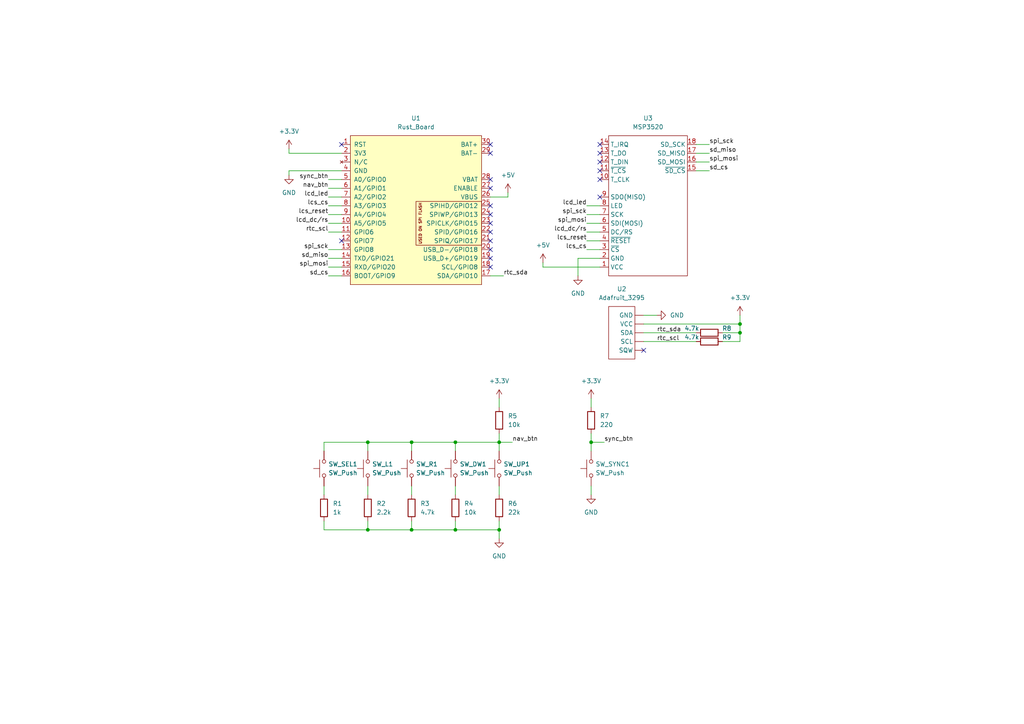
<source format=kicad_sch>
(kicad_sch (version 20211123) (generator eeschema)
  (paper "A4")
  (title_block (title "Schedule prototype") (date "2025-06-02") (rev "A") (company "Group 2"))
  (lib_symbols
    (symbol "Device:R" (pin_numbers hide) (pin_names (offset 0))
      (property "Reference" "R" (at 2.032 0 90))
      (property "Value" "R" (at 0 0 90))
      (symbol "R_0_1"
        (rectangle (start -1.016 -2.54) (end 1.016 2.54) (stroke (width 0.254)))
      )
      (symbol "R_1_1"
        (pin passive line (at 0 3.81 270) (length 1.27) (name "~") (number "1"))
        (pin passive line (at 0 -3.81 90) (length 1.27) (name "~") (number "2"))
      )
    )
    (symbol "Rust_Board:Rust_Board" (pin_names (offset 1.016))
      (property "Reference" "U" (at 0 22.86 0))
      (property "Value" "Rust_Board" (at 0 -22.86 0))
      (symbol "Rust_Board_0_0"
        (rectangle (start 0 2.54) (end 19.05 -10.16))
        (text "USED ON SPI FLASH" (at 1.27 -3.81 900) (effects (font (size 0.7874 0.7874))))
      )
      (symbol "Rust_Board_0_1"
        (rectangle (start -19.05 21.59) (end 19.05 -21.59) (fill (type background)))
      )
      (symbol "Rust_Board_1_1"
        (pin input line (at -21.59 19.05 0) (length 2.54) (name "RST") (number "1"))
        (pin bidirectional line (at -21.59 -3.81 0) (length 2.54) (name "A5/GPIO5") (number "10"))
        (pin bidirectional line (at -21.59 -6.35 0) (length 2.54) (name "GPIO6") (number "11"))
        (pin bidirectional line (at -21.59 -8.89 0) (length 2.54) (name "GPIO7") (number "12"))
        (pin bidirectional line (at -21.59 -11.43 0) (length 2.54) (name "GPIO8") (number "13"))
        (pin bidirectional line (at -21.59 -13.97 0) (length 2.54) (name "TXD/GPIO21") (number "14"))
        (pin bidirectional line (at -21.59 -16.51 0) (length 2.54) (name "RXD/GPIO20") (number "15"))
        (pin bidirectional line (at -21.59 -19.05 0) (length 2.54) (name "BOOT/GPIO9") (number "16"))
        (pin bidirectional line (at 21.59 -19.05 180) (length 2.54) (name "SDA/GPIO10") (number "17"))
        (pin bidirectional line (at 21.59 -16.51 180) (length 2.54) (name "SCL/GPIO8") (number "18"))
        (pin bidirectional line (at 21.59 -13.97 180) (length 2.54) (name "USB_D+/GPIO19") (number "19"))
        (pin power_in line (at -21.59 16.51 0) (length 2.54) (name "3V3") (number "2"))
        (pin bidirectional line (at 21.59 -11.43 180) (length 2.54) (name "USB_D-/GPIO18") (number "20"))
        (pin bidirectional line (at 21.59 -8.89 180) (length 2.54) (name "SPIQ/GPIO17") (number "21"))
        (pin bidirectional line (at 21.59 -6.35 180) (length 2.54) (name "SPID/GPIO16") (number "22"))
        (pin bidirectional line (at 21.59 -3.81 180) (length 2.54) (name "SPICLK/GPIO15") (number "23"))
        (pin bidirectional line (at 21.59 -1.27 180) (length 2.54) (name "SPIWP/GPIO13") (number "24"))
        (pin bidirectional line (at 21.59 1.27 180) (length 2.54) (name "SPIHD/GPIO12") (number "25"))
        (pin power_in line (at 21.59 3.81 180) (length 2.54) (name "VBUS") (number "26"))
        (pin input line (at 21.59 6.35 180) (length 2.54) (name "ENABLE") (number "27"))
        (pin power_in line (at 21.59 8.89 180) (length 2.54) (name "VBAT") (number "28"))
        (pin power_in line (at 21.59 16.51 180) (length 2.54) (name "BAT-") (number "29"))
        (pin no_connect line (at -21.59 13.97 0) (length 2.54) (name "N/C") (number "3"))
        (pin power_in line (at 21.59 19.05 180) (length 2.54) (name "BAT+") (number "30"))
        (pin power_in line (at -21.59 11.43 0) (length 2.54) (name "GND") (number "4"))
        (pin bidirectional line (at -21.59 8.89 0) (length 2.54) (name "A0/GPIO0") (number "5"))
        (pin bidirectional line (at -21.59 6.35 0) (length 2.54) (name "A1/GPIO1") (number "6"))
        (pin bidirectional line (at -21.59 3.81 0) (length 2.54) (name "A2/GPIO2") (number "7"))
        (pin bidirectional line (at -21.59 1.27 0) (length 2.54) (name "A3/GPIO3") (number "8"))
        (pin bidirectional line (at -21.59 -1.27 0) (length 2.54) (name "A4/GPIO4") (number "9"))
      )
    )
    (symbol "Switch:SW_Push" (pin_numbers hide) (pin_names (offset 1.016) hide)
      (property "Reference" "SW" (at 1.27 2.54 0))
      (property "Value" "SW_Push" (at 0 -1.524 0))
      (symbol "SW_Push_0_1"
        (circle (center -2.032 0) (radius 0.508))
        (polyline (pts (xy 0 1.27) (xy 0 3.048)))
        (polyline (pts (xy 2.54 1.27) (xy -2.54 1.27)))
        (circle (center 2.032 0) (radius 0.508))
        (pin passive line (at -5.08 0 0) (length 2.54) (name "1") (number "1"))
        (pin passive line (at 5.08 0 180) (length 2.54) (name "2") (number "2"))
      )
    )
    (symbol "parts:Adafruit_3295"
      (property "Reference" "U" (at 0 -7.62 0))
      (property "Value" "Adafruit_3295" (at 0 -7.62 0))
      (symbol "Adafruit_3295_0_1"
        (rectangle (start -3.81 8.89) (end 3.81 -6.35))
      )
      (symbol "Adafruit_3295_1_1"
        (pin power_in line (at 6.35 6.35 180) (length 2.54) (name "GND") (number ""))
        (pin input line (at 6.35 -1.27 180) (length 2.54) (name "SCL") (number ""))
        (pin bidirectional line (at 6.35 1.27 180) (length 2.54) (name "SDA") (number ""))
        (pin output line (at 6.35 -3.81 180) (length 2.54) (name "SQW") (number ""))
        (pin power_in line (at 6.35 3.81 180) (length 2.54) (name "VCC") (number ""))
      )
    )
    (symbol "parts:MSP3520"
      (property "Reference" "U" (at 0 -20.32 0))
      (property "Value" "MSP3520" (at 0 -20.32 0))
      (symbol "MSP3520_0_1"
        (rectangle (start -11.43 21.59) (end 11.43 -19.05))
      )
      (symbol "MSP3520_1_1"
        (pin power_in line (at -13.97 -16.51 0) (length 2.54) (name "VCC") (number "1"))
        (pin input line (at -13.97 8.89 0) (length 2.54) (name "T_CLK") (number "10"))
        (pin input line (at -13.97 11.43 0) (length 2.54) (name "~{T_CS}") (number "11"))
        (pin input line (at -13.97 13.97 0) (length 2.54) (name "T_DIN") (number "12"))
        (pin input line (at -13.97 16.51 0) (length 2.54) (name "T_DO") (number "13"))
        (pin input line (at -13.97 19.05 0) (length 2.54) (name "T_IRQ") (number "14"))
        (pin input line (at 13.97 11.43 180) (length 2.54) (name "~{SD_CS}") (number "15"))
        (pin input line (at 13.97 13.97 180) (length 2.54) (name "SD_MOSI") (number "16"))
        (pin output line (at 13.97 16.51 180) (length 2.54) (name "SD_MISO") (number "17"))
        (pin input line (at 13.97 19.05 180) (length 2.54) (name "SD_SCK") (number "18"))
        (pin power_in line (at -13.97 -13.97 0) (length 2.54) (name "GND") (number "2"))
        (pin input line (at -13.97 -11.43 0) (length 2.54) (name "~{CS}") (number "3"))
        (pin input line (at -13.97 -8.89 0) (length 2.54) (name "~{RESET}") (number "4"))
        (pin input line (at -13.97 -6.35 0) (length 2.54) (name "DC/RS") (number "5"))
        (pin input line (at -13.97 -3.81 0) (length 2.54) (name "SDI(MOSI)") (number "6"))
        (pin input line (at -13.97 -1.27 0) (length 2.54) (name "SCK") (number "7"))
        (pin input line (at -13.97 1.27 0) (length 2.54) (name "LED") (number "8"))
        (pin output line (at -13.97 3.81 0) (length 2.54) (name "SDO(MISO)") (number "9"))
      )
    )
    (symbol "power:+3.3V" (power) (pin_names (offset 0))
      (property "Value" "+3.3V" (at 0 3.556 0))
      (symbol "+3.3V_0_1"
        (polyline (pts (xy -0.762 1.27) (xy 0 2.54)))
        (polyline (pts (xy 0 0) (xy 0 2.54)))
        (polyline (pts (xy 0 2.54) (xy 0.762 1.27)))
      )
      (symbol "+3.3V_1_1"
        (pin power_in line (at 0 0 90) (length 0) hide (name "+3.3V") (number "1"))
      )
    )
    (symbol "power:+5V" (power) (pin_names (offset 0))
      (property "Value" "+5V" (at 0 3.556 0))
      (symbol "+5V_0_1"
        (polyline (pts (xy -0.762 1.27) (xy 0 2.54)))
        (polyline (pts (xy 0 0) (xy 0 2.54)))
        (polyline (pts (xy 0 2.54) (xy 0.762 1.27)))
      )
      (symbol "+5V_1_1"
        (pin power_in line (at 0 0 90) (length 0) hide (name "+5V") (number "1"))
      )
    )
    (symbol "power:GND" (power) (pin_names (offset 0))
      (property "Value" "GND" (at 0 -3.81 0))
      (symbol "GND_0_1"
        (polyline (pts (xy 0 0) (xy 0 -1.27) (xy 1.27 -1.27) (xy 0 -2.54) (xy -1.27 -1.27) (xy 0 -1.27)))
      )
      (symbol "GND_1_1"
        (pin power_in line (at 0 0 270) (length 0) hide (name "GND") (number "1"))
      )
    )
  )
  (junction (at 144.78 153.67))
  (junction (at 106.68 153.67))
  (junction (at 214.63 93.98))
  (junction (at 214.63 96.52))
  (junction (at 144.78 128.27))
  (junction (at 119.38 128.27))
  (junction (at 132.08 153.67))
  (junction (at 119.38 153.67))
  (junction (at 132.08 128.27))
  (junction (at 106.68 128.27))
  (junction (at 171.45 128.27))
  (no_connect (at 173.99 57.15))
  (no_connect (at 173.99 41.91))
  (no_connect (at 99.06 41.91))
  (no_connect (at 142.24 59.69))
  (no_connect (at 142.24 67.31))
  (no_connect (at 142.24 72.39))
  (no_connect (at 186.69 101.6))
  (no_connect (at 142.24 62.23))
  (no_connect (at 142.24 54.61))
  (no_connect (at 142.24 74.93))
  (no_connect (at 142.24 41.91))
  (no_connect (at 142.24 64.77))
  (no_connect (at 173.99 46.99))
  (no_connect (at 142.24 52.07))
  (no_connect (at 173.99 49.53))
  (no_connect (at 142.24 69.85))
  (no_connect (at 173.99 52.07))
  (no_connect (at 173.99 44.45))
  (no_connect (at 142.24 77.47))
  (no_connect (at 99.06 69.85))
  (no_connect (at 142.24 44.45))
  (wire (pts (xy 186.69 99.06) (xy 201.93 99.06)))
  (wire (pts (xy 119.38 151.13) (xy 119.38 153.67)))
  (wire (pts (xy 93.98 153.67) (xy 106.68 153.67)))
  (wire (pts (xy 173.99 74.93) (xy 167.64 74.93)))
  (wire (pts (xy 95.25 72.39) (xy 99.06 72.39)))
  (wire (pts (xy 173.99 77.47) (xy 157.48 77.47)))
  (wire (pts (xy 170.18 62.23) (xy 173.99 62.23)))
  (wire (pts (xy 106.68 130.81) (xy 106.68 128.27)))
  (wire (pts (xy 170.18 59.69) (xy 173.99 59.69)))
  (wire (pts (xy 95.25 59.69) (xy 99.06 59.69)))
  (wire (pts (xy 132.08 153.67) (xy 144.78 153.67)))
  (wire (pts (xy 119.38 128.27) (xy 132.08 128.27)))
  (wire (pts (xy 106.68 153.67) (xy 119.38 153.67)))
  (wire (pts (xy 93.98 151.13) (xy 93.98 153.67)))
  (wire (pts (xy 201.93 44.45) (xy 205.74 44.45)))
  (wire (pts (xy 132.08 151.13) (xy 132.08 153.67)))
  (wire (pts (xy 142.24 80.01) (xy 146.05 80.01)))
  (wire (pts (xy 93.98 130.81) (xy 93.98 128.27)))
  (wire (pts (xy 201.93 41.91) (xy 205.74 41.91)))
  (wire (pts (xy 95.25 77.47) (xy 99.06 77.47)))
  (wire (pts (xy 171.45 140.97) (xy 171.45 143.51)))
  (wire (pts (xy 132.08 128.27) (xy 144.78 128.27)))
  (wire (pts (xy 95.25 80.01) (xy 99.06 80.01)))
  (wire (pts (xy 83.82 43.18) (xy 83.82 44.45)))
  (wire (pts (xy 171.45 128.27) (xy 175.26 128.27)))
  (wire (pts (xy 144.78 115.57) (xy 144.78 118.11)))
  (wire (pts (xy 171.45 115.57) (xy 171.45 118.11)))
  (wire (pts (xy 93.98 128.27) (xy 106.68 128.27)))
  (wire (pts (xy 144.78 151.13) (xy 144.78 153.67)))
  (wire (pts (xy 95.25 62.23) (xy 99.06 62.23)))
  (wire (pts (xy 95.25 67.31) (xy 99.06 67.31)))
  (wire (pts (xy 170.18 72.39) (xy 173.99 72.39)))
  (wire (pts (xy 142.24 57.15) (xy 147.32 57.15)))
  (wire (pts (xy 106.68 140.97) (xy 106.68 143.51)))
  (wire (pts (xy 132.08 140.97) (xy 132.08 143.51)))
  (wire (pts (xy 95.25 52.07) (xy 99.06 52.07)))
  (wire (pts (xy 83.82 49.53) (xy 99.06 49.53)))
  (wire (pts (xy 95.25 57.15) (xy 99.06 57.15)))
  (wire (pts (xy 144.78 125.73) (xy 144.78 128.27)))
  (wire (pts (xy 170.18 67.31) (xy 173.99 67.31)))
  (wire (pts (xy 93.98 140.97) (xy 93.98 143.51)))
  (wire (pts (xy 209.55 99.06) (xy 214.63 99.06)))
  (wire (pts (xy 147.32 57.15) (xy 147.32 55.88)))
  (wire (pts (xy 167.64 74.93) (xy 167.64 80.01)))
  (wire (pts (xy 132.08 130.81) (xy 132.08 128.27)))
  (wire (pts (xy 95.25 54.61) (xy 99.06 54.61)))
  (wire (pts (xy 171.45 128.27) (xy 171.45 130.81)))
  (wire (pts (xy 214.63 99.06) (xy 214.63 96.52)))
  (wire (pts (xy 170.18 69.85) (xy 173.99 69.85)))
  (wire (pts (xy 144.78 128.27) (xy 148.59 128.27)))
  (wire (pts (xy 144.78 153.67) (xy 144.78 156.21)))
  (wire (pts (xy 119.38 153.67) (xy 132.08 153.67)))
  (wire (pts (xy 214.63 96.52) (xy 214.63 93.98)))
  (wire (pts (xy 186.69 96.52) (xy 201.93 96.52)))
  (wire (pts (xy 171.45 125.73) (xy 171.45 128.27)))
  (wire (pts (xy 95.25 74.93) (xy 99.06 74.93)))
  (wire (pts (xy 214.63 93.98) (xy 214.63 91.44)))
  (wire (pts (xy 119.38 130.81) (xy 119.38 128.27)))
  (wire (pts (xy 186.69 93.98) (xy 214.63 93.98)))
  (wire (pts (xy 186.69 91.44) (xy 190.5 91.44)))
  (wire (pts (xy 209.55 96.52) (xy 214.63 96.52)))
  (wire (pts (xy 157.48 77.47) (xy 157.48 76.2)))
  (wire (pts (xy 99.06 44.45) (xy 83.82 44.45)))
  (wire (pts (xy 119.38 140.97) (xy 119.38 143.51)))
  (wire (pts (xy 83.82 49.53) (xy 83.82 50.8)))
  (wire (pts (xy 144.78 140.97) (xy 144.78 143.51)))
  (wire (pts (xy 170.18 64.77) (xy 173.99 64.77)))
  (wire (pts (xy 106.68 151.13) (xy 106.68 153.67)))
  (wire (pts (xy 201.93 49.53) (xy 205.74 49.53)))
  (wire (pts (xy 201.93 46.99) (xy 205.74 46.99)))
  (wire (pts (xy 144.78 128.27) (xy 144.78 130.81)))
  (wire (pts (xy 95.25 64.77) (xy 99.06 64.77)))
  (wire (pts (xy 106.68 128.27) (xy 119.38 128.27)))
  (label "lcd_led" (at 95.25 57.15 180))
  (label "spi_sck" (at 205.74 41.91 0))
  (label "sd_miso" (at 205.74 44.45 0))
  (label "nav_btn" (at 95.25 54.61 180))
  (label "lcd_led" (at 170.18 59.69 180))
  (label "sync_btn" (at 95.25 52.07 180))
  (label "lcs_reset" (at 170.18 69.85 180))
  (label "lcs_cs" (at 170.18 72.39 180))
  (label "rtc_sda" (at 190.5 96.52 0))
  (label "sd_cs" (at 205.74 49.53 0))
  (label "lcs_reset" (at 95.25 62.23 180))
  (label "lcs_cs" (at 95.25 59.69 180))
  (label "lcd_dc{slash}rs" (at 170.18 67.31 180))
  (label "spi_mosi" (at 95.25 77.47 180))
  (label "rtc_scl" (at 190.5 99.06 0))
  (label "lcd_dc{slash}rs" (at 95.25 64.77 180))
  (label "spi_sck" (at 170.18 62.23 180))
  (label "rtc_scl" (at 95.25 67.31 180))
  (label "sd_cs" (at 95.25 80.01 180))
  (label "rtc_sda" (at 146.05 80.01 0))
  (label "nav_btn" (at 148.59 128.27 0))
  (label "spi_mosi" (at 205.74 46.99 0))
  (label "spi_sck" (at 95.25 72.39 180))
  (label "spi_mosi" (at 170.18 64.77 180))
  (label "sd_miso" (at 95.25 74.93 180))
  (label "sync_btn" (at 175.26 128.27 0))
  (symbol (lib_id "Device:R") (at 205.74 96.52 270) (unit 1)
    (property "Reference" "R8" (at 210.82 95.25 90))
    (property "Value" "4.7k" (at 200.66 95.25 90))
  )
  (symbol (lib_id "Rust_Board:Rust_Board") (at 120.65 60.96 0) (unit 1)
    (property "Reference" "U1" (at 120.65 34.29 0))
    (property "Value" "Rust_Board" (at 120.65 36.83 0))
    (property "Footprint" "Rust_Board:Rust_Board_Ret" (effects hide))
  )
  (symbol (lib_id "Switch:SW_Push") (at 93.98 135.89 90) (unit 1)
    (property "Reference" "SW_SEL1" (at 95.25 134.6199 90) (effects (justify right)))
    (property "Value" "SW_Push" (at 95.25 137.1599 90) (effects (justify right)))
  )
  (symbol (lib_id "power:GND") (at 144.78 156.21 0) (unit 1)
    (property "Reference" "#PWR02" (effects hide))
    (property "Value" "GND" (at 144.78 161.29 0))
  )
  (symbol (lib_id "power:+3.3V") (at 83.82 43.18 0) (unit 1)
    (property "Reference" "#PWR?" (effects hide))
    (property "Value" "+3.3V" (at 83.82 38.1 0))
  )
  (symbol (lib_id "Switch:SW_Push") (at 132.08 135.89 90) (unit 1)
    (property "Reference" "SW_DW1" (at 133.35 134.6199 90) (effects (justify right)))
    (property "Value" "SW_Push" (at 133.35 137.1599 90) (effects (justify right)))
  )
  (symbol (lib_id "Switch:SW_Push") (at 106.68 135.89 90) (unit 1)
    (property "Reference" "SW_L1" (at 107.95 134.6199 90) (effects (justify right)))
    (property "Value" "SW_Push" (at 107.95 137.1599 90) (effects (justify right)))
  )
  (symbol (lib_id "power:GND") (at 190.5 91.44 90) (unit 1)
    (property "Reference" "#PWR07" (effects hide))
    (property "Value" "GND" (at 194.31 91.4399 90) (effects (justify right)))
  )
  (symbol (lib_id "Device:R") (at 106.68 147.32 0) (unit 1)
    (property "Reference" "R2" (at 109.22 146.0499 0) (effects (justify left)))
    (property "Value" "2.2k" (at 109.22 148.5899 0) (effects (justify left)))
  )
  (symbol (lib_id "power:GND") (at 167.64 80.01 0) (unit 1)
    (property "Reference" "#PWR04" (effects hide))
    (property "Value" "GND" (at 167.64 85.09 0))
  )
  (symbol (lib_id "Device:R") (at 132.08 147.32 0) (unit 1)
    (property "Reference" "R4" (at 134.62 146.0499 0) (effects (justify left)))
    (property "Value" "10k" (at 134.62 148.5899 0) (effects (justify left)))
  )
  (symbol (lib_id "power:+3.3V") (at 144.78 115.57 0) (unit 1)
    (property "Reference" "#PWR01" (effects hide))
    (property "Value" "+3.3V" (at 144.78 110.49 0))
  )
  (symbol (lib_id "Switch:SW_Push") (at 171.45 135.89 90) (unit 1)
    (property "Reference" "SW_SYNC1" (at 172.72 134.6199 90) (effects (justify right)))
    (property "Value" "SW_Push" (at 172.72 137.1599 90) (effects (justify right)))
  )
  (symbol (lib_id "Device:R") (at 171.45 121.92 0) (unit 1)
    (property "Reference" "R7" (at 173.99 120.6499 0) (effects (justify left)))
    (property "Value" "220" (at 173.99 123.1899 0) (effects (justify left)))
  )
  (symbol (lib_id "parts:Adafruit_3295") (at 180.34 97.79 0) (unit 1)
    (property "Reference" "U2" (at 180.34 83.82 0))
    (property "Value" "Adafruit_3295" (at 180.34 86.36 0))
  )
  (symbol (lib_id "parts:MSP3520") (at 187.96 60.96 0) (unit 1)
    (property "Reference" "U3" (at 187.96 34.29 0))
    (property "Value" "MSP3520" (at 187.96 36.83 0))
  )
  (symbol (lib_id "power:GND") (at 83.82 50.8 0) (unit 1)
    (property "Reference" "#PWR?" (effects hide))
    (property "Value" "GND" (at 83.82 55.88 0))
  )
  (symbol (lib_id "power:+5V") (at 157.48 76.2 0) (unit 1)
    (property "Reference" "#PWR03" (effects hide))
    (property "Value" "+5V" (at 157.48 71.12 0))
  )
  (symbol (lib_id "power:+5V") (at 147.32 55.88 0) (unit 1)
    (property "Reference" "#PWR?" (effects hide))
    (property "Value" "+5V" (at 147.32 50.8 0))
  )
  (symbol (lib_id "Device:R") (at 144.78 121.92 0) (unit 1)
    (property "Reference" "R5" (at 147.32 120.6499 0) (effects (justify left)))
    (property "Value" "10k" (at 147.32 123.1899 0) (effects (justify left)))
  )
  (symbol (lib_id "power:+3.3V") (at 214.63 91.44 0) (unit 1)
    (property "Reference" "#PWR08" (effects hide))
    (property "Value" "+3.3V" (at 214.63 86.36 0))
  )
  (symbol (lib_id "Device:R") (at 144.78 147.32 0) (unit 1)
    (property "Reference" "R6" (at 147.32 146.0499 0) (effects (justify left)))
    (property "Value" "22k" (at 147.32 148.5899 0) (effects (justify left)))
  )
  (symbol (lib_id "Device:R") (at 93.98 147.32 0) (unit 1)
    (property "Reference" "R1" (at 96.52 146.0499 0) (effects (justify left)))
    (property "Value" "1k" (at 96.52 148.5899 0) (effects (justify left)))
  )
  (symbol (lib_id "Device:R") (at 205.74 99.06 270) (unit 1)
    (property "Reference" "R9" (at 210.82 97.79 90))
    (property "Value" "4.7k" (at 200.66 97.79 90))
  )
  (symbol (lib_id "power:GND") (at 171.45 143.51 0) (unit 1)
    (property "Reference" "#PWR06" (effects hide))
    (property "Value" "GND" (at 171.45 148.59 0))
  )
  (symbol (lib_id "power:+3.3V") (at 171.45 115.57 0) (unit 1)
    (property "Reference" "#PWR05" (effects hide))
    (property "Value" "+3.3V" (at 171.45 110.49 0))
  )
  (symbol (lib_id "Device:R") (at 119.38 147.32 0) (unit 1)
    (property "Reference" "R3" (at 121.92 146.0499 0) (effects (justify left)))
    (property "Value" "4.7k" (at 121.92 148.5899 0) (effects (justify left)))
  )
  (symbol (lib_id "Switch:SW_Push") (at 144.78 135.89 90) (unit 1)
    (property "Reference" "SW_UP1" (at 146.05 134.6199 90) (effects (justify right)))
    (property "Value" "SW_Push" (at 146.05 137.1599 90) (effects (justify right)))
  )
  (symbol (lib_id "Switch:SW_Push") (at 119.38 135.89 90) (unit 1)
    (property "Reference" "SW_R1" (at 120.65 134.6199 90) (effects (justify right)))
    (property "Value" "SW_Push" (at 120.65 137.1599 90) (effects (justify right)))
  )
)
</source>
